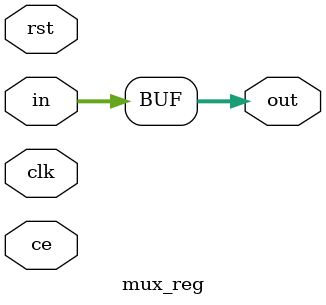
<source format=v>
module mux_reg(in, out, clk, ce, rst);
    parameter WIDTH = 18;
    parameter RSTTYPE = "SYNC";
    parameter REG = 0;
    input [WIDTH - 1 : 0] in;
    input   clk,
            ce,
            rst;
    output [WIDTH - 1 : 0] out;

    reg [WIDTH - 1 : 0] in_reg;

    generate
        if(REG == 1) begin
            if(RSTTYPE == "SYNC") begin
            always @(posedge clk) begin
                    if(rst)
                        in_reg <= 0;
                    else if(ce)
                        in_reg <= in;
                end
            end
            else if (RSTTYPE == "ASYNC") begin
                always @(posedge clk or posedge rst) begin
                    if(rst)
                        in_reg <= 0;
                    else if(ce)
                        in_reg <= in;
                end
            end
            assign out = in_reg;
        end
        else if (REG == 0)
           assign out = in;
    endgenerate
endmodule
</source>
